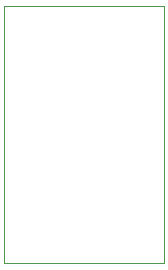
<source format=gbr>
%TF.GenerationSoftware,KiCad,Pcbnew,9.0.6*%
%TF.CreationDate,2025-12-17T11:27:33-05:00*%
%TF.ProjectId,lichen-breadboard-alpha-pot-single-adaptor,6c696368-656e-42d6-9272-656164626f61,rev?*%
%TF.SameCoordinates,Original*%
%TF.FileFunction,Profile,NP*%
%FSLAX46Y46*%
G04 Gerber Fmt 4.6, Leading zero omitted, Abs format (unit mm)*
G04 Created by KiCad (PCBNEW 9.0.6) date 2025-12-17 11:27:33*
%MOMM*%
%LPD*%
G01*
G04 APERTURE LIST*
%TA.AperFunction,Profile*%
%ADD10C,0.050000*%
%TD*%
G04 APERTURE END LIST*
D10*
X99750000Y-100000000D02*
X113250000Y-100000000D01*
X113250000Y-121750000D01*
X99750000Y-121750000D01*
X99750000Y-100000000D01*
M02*

</source>
